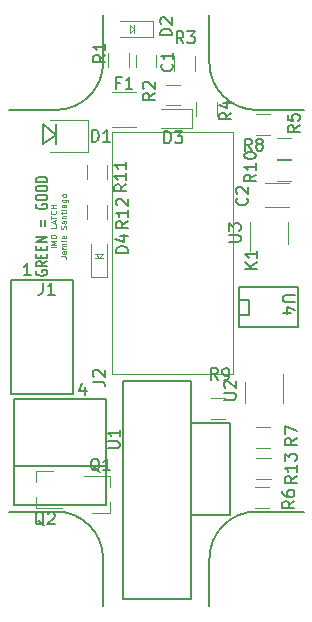
<source format=gto>
G04 #@! TF.GenerationSoftware,KiCad,Pcbnew,5.0.0-fee4fd1~66~ubuntu18.04.1*
G04 #@! TF.CreationDate,2019-04-08T23:07:45-04:00*
G04 #@! TF.ProjectId,IMD_v1,494D445F76312E6B696361645F706362,rev?*
G04 #@! TF.SameCoordinates,Original*
G04 #@! TF.FileFunction,Legend,Top*
G04 #@! TF.FilePolarity,Positive*
%FSLAX46Y46*%
G04 Gerber Fmt 4.6, Leading zero omitted, Abs format (unit mm)*
G04 Created by KiCad (PCBNEW 5.0.0-fee4fd1~66~ubuntu18.04.1) date Mon Apr  8 23:07:45 2019*
%MOMM*%
%LPD*%
G01*
G04 APERTURE LIST*
%ADD10C,0.121000*%
%ADD11C,0.184500*%
%ADD12C,0.200000*%
%ADD13C,0.120000*%
%ADD14C,0.100000*%
%ADD15C,0.150000*%
G04 APERTURE END LIST*
D10*
X97966452Y-78367190D02*
X97482452Y-78367190D01*
X97966452Y-78136714D02*
X97482452Y-78136714D01*
X97828166Y-77975380D01*
X97482452Y-77814047D01*
X97966452Y-77814047D01*
X97966452Y-77583571D02*
X97482452Y-77583571D01*
X97482452Y-77468333D01*
X97505500Y-77399190D01*
X97551595Y-77353095D01*
X97597690Y-77330047D01*
X97689880Y-77307000D01*
X97759023Y-77307000D01*
X97851214Y-77330047D01*
X97897309Y-77353095D01*
X97943404Y-77399190D01*
X97966452Y-77468333D01*
X97966452Y-77583571D01*
X97966452Y-76500333D02*
X97966452Y-76730809D01*
X97482452Y-76730809D01*
X97828166Y-76362047D02*
X97828166Y-76131571D01*
X97966452Y-76408142D02*
X97482452Y-76246809D01*
X97966452Y-76085476D01*
X97482452Y-75993285D02*
X97482452Y-75716714D01*
X97966452Y-75855000D02*
X97482452Y-75855000D01*
X97920357Y-75278809D02*
X97943404Y-75301857D01*
X97966452Y-75371000D01*
X97966452Y-75417095D01*
X97943404Y-75486238D01*
X97897309Y-75532333D01*
X97851214Y-75555380D01*
X97759023Y-75578428D01*
X97689880Y-75578428D01*
X97597690Y-75555380D01*
X97551595Y-75532333D01*
X97505500Y-75486238D01*
X97482452Y-75417095D01*
X97482452Y-75371000D01*
X97505500Y-75301857D01*
X97528547Y-75278809D01*
X97966452Y-75071380D02*
X97482452Y-75071380D01*
X97712928Y-75071380D02*
X97712928Y-74794809D01*
X97966452Y-74794809D02*
X97482452Y-74794809D01*
X98329452Y-79139285D02*
X98675166Y-79139285D01*
X98744309Y-79162333D01*
X98790404Y-79208428D01*
X98813452Y-79277571D01*
X98813452Y-79323666D01*
X98813452Y-78701380D02*
X98559928Y-78701380D01*
X98513833Y-78724428D01*
X98490785Y-78770523D01*
X98490785Y-78862714D01*
X98513833Y-78908809D01*
X98790404Y-78701380D02*
X98813452Y-78747476D01*
X98813452Y-78862714D01*
X98790404Y-78908809D01*
X98744309Y-78931857D01*
X98698214Y-78931857D01*
X98652119Y-78908809D01*
X98629071Y-78862714D01*
X98629071Y-78747476D01*
X98606023Y-78701380D01*
X98813452Y-78470904D02*
X98490785Y-78470904D01*
X98536880Y-78470904D02*
X98513833Y-78447857D01*
X98490785Y-78401761D01*
X98490785Y-78332619D01*
X98513833Y-78286523D01*
X98559928Y-78263476D01*
X98813452Y-78263476D01*
X98559928Y-78263476D02*
X98513833Y-78240428D01*
X98490785Y-78194333D01*
X98490785Y-78125190D01*
X98513833Y-78079095D01*
X98559928Y-78056047D01*
X98813452Y-78056047D01*
X98813452Y-77825571D02*
X98490785Y-77825571D01*
X98329452Y-77825571D02*
X98352500Y-77848619D01*
X98375547Y-77825571D01*
X98352500Y-77802523D01*
X98329452Y-77825571D01*
X98375547Y-77825571D01*
X98790404Y-77410714D02*
X98813452Y-77456809D01*
X98813452Y-77549000D01*
X98790404Y-77595095D01*
X98744309Y-77618142D01*
X98559928Y-77618142D01*
X98513833Y-77595095D01*
X98490785Y-77549000D01*
X98490785Y-77456809D01*
X98513833Y-77410714D01*
X98559928Y-77387666D01*
X98606023Y-77387666D01*
X98652119Y-77618142D01*
X98790404Y-76834523D02*
X98813452Y-76765380D01*
X98813452Y-76650142D01*
X98790404Y-76604047D01*
X98767357Y-76581000D01*
X98721261Y-76557952D01*
X98675166Y-76557952D01*
X98629071Y-76581000D01*
X98606023Y-76604047D01*
X98582976Y-76650142D01*
X98559928Y-76742333D01*
X98536880Y-76788428D01*
X98513833Y-76811476D01*
X98467738Y-76834523D01*
X98421642Y-76834523D01*
X98375547Y-76811476D01*
X98352500Y-76788428D01*
X98329452Y-76742333D01*
X98329452Y-76627095D01*
X98352500Y-76557952D01*
X98813452Y-76143095D02*
X98559928Y-76143095D01*
X98513833Y-76166142D01*
X98490785Y-76212238D01*
X98490785Y-76304428D01*
X98513833Y-76350523D01*
X98790404Y-76143095D02*
X98813452Y-76189190D01*
X98813452Y-76304428D01*
X98790404Y-76350523D01*
X98744309Y-76373571D01*
X98698214Y-76373571D01*
X98652119Y-76350523D01*
X98629071Y-76304428D01*
X98629071Y-76189190D01*
X98606023Y-76143095D01*
X98490785Y-75912619D02*
X98813452Y-75912619D01*
X98536880Y-75912619D02*
X98513833Y-75889571D01*
X98490785Y-75843476D01*
X98490785Y-75774333D01*
X98513833Y-75728238D01*
X98559928Y-75705190D01*
X98813452Y-75705190D01*
X98490785Y-75543857D02*
X98490785Y-75359476D01*
X98329452Y-75474714D02*
X98744309Y-75474714D01*
X98790404Y-75451666D01*
X98813452Y-75405571D01*
X98813452Y-75359476D01*
X98813452Y-75198142D02*
X98490785Y-75198142D01*
X98329452Y-75198142D02*
X98352500Y-75221190D01*
X98375547Y-75198142D01*
X98352500Y-75175095D01*
X98329452Y-75198142D01*
X98375547Y-75198142D01*
X98813452Y-74760238D02*
X98559928Y-74760238D01*
X98513833Y-74783285D01*
X98490785Y-74829380D01*
X98490785Y-74921571D01*
X98513833Y-74967666D01*
X98790404Y-74760238D02*
X98813452Y-74806333D01*
X98813452Y-74921571D01*
X98790404Y-74967666D01*
X98744309Y-74990714D01*
X98698214Y-74990714D01*
X98652119Y-74967666D01*
X98629071Y-74921571D01*
X98629071Y-74806333D01*
X98606023Y-74760238D01*
X98490785Y-74322333D02*
X98882595Y-74322333D01*
X98928690Y-74345380D01*
X98951738Y-74368428D01*
X98974785Y-74414523D01*
X98974785Y-74483666D01*
X98951738Y-74529761D01*
X98790404Y-74322333D02*
X98813452Y-74368428D01*
X98813452Y-74460619D01*
X98790404Y-74506714D01*
X98767357Y-74529761D01*
X98721261Y-74552809D01*
X98582976Y-74552809D01*
X98536880Y-74529761D01*
X98513833Y-74506714D01*
X98490785Y-74460619D01*
X98490785Y-74368428D01*
X98513833Y-74322333D01*
X98813452Y-74022714D02*
X98790404Y-74068809D01*
X98767357Y-74091857D01*
X98721261Y-74114904D01*
X98582976Y-74114904D01*
X98536880Y-74091857D01*
X98513833Y-74068809D01*
X98490785Y-74022714D01*
X98490785Y-73953571D01*
X98513833Y-73907476D01*
X98536880Y-73884428D01*
X98582976Y-73861380D01*
X98721261Y-73861380D01*
X98767357Y-73884428D01*
X98790404Y-73907476D01*
X98813452Y-73953571D01*
X98813452Y-74022714D01*
D11*
X96278000Y-80341285D02*
X96230761Y-80411571D01*
X96230761Y-80517000D01*
X96278000Y-80622428D01*
X96372476Y-80692714D01*
X96466952Y-80727857D01*
X96655904Y-80763000D01*
X96797619Y-80763000D01*
X96986571Y-80727857D01*
X97081047Y-80692714D01*
X97175523Y-80622428D01*
X97222761Y-80517000D01*
X97222761Y-80446714D01*
X97175523Y-80341285D01*
X97128285Y-80306142D01*
X96797619Y-80306142D01*
X96797619Y-80446714D01*
X97222761Y-79568142D02*
X96750380Y-79814142D01*
X97222761Y-79989857D02*
X96230761Y-79989857D01*
X96230761Y-79708714D01*
X96278000Y-79638428D01*
X96325238Y-79603285D01*
X96419714Y-79568142D01*
X96561428Y-79568142D01*
X96655904Y-79603285D01*
X96703142Y-79638428D01*
X96750380Y-79708714D01*
X96750380Y-79989857D01*
X96703142Y-79251857D02*
X96703142Y-79005857D01*
X97222761Y-78900428D02*
X97222761Y-79251857D01*
X96230761Y-79251857D01*
X96230761Y-78900428D01*
X96703142Y-78584142D02*
X96703142Y-78338142D01*
X97222761Y-78232714D02*
X97222761Y-78584142D01*
X96230761Y-78584142D01*
X96230761Y-78232714D01*
X97222761Y-77916428D02*
X96230761Y-77916428D01*
X97222761Y-77494714D01*
X96230761Y-77494714D01*
X96703142Y-76581000D02*
X96703142Y-76018714D01*
X96986571Y-76018714D02*
X96986571Y-76581000D01*
X96278000Y-74718428D02*
X96230761Y-74788714D01*
X96230761Y-74894142D01*
X96278000Y-74999571D01*
X96372476Y-75069857D01*
X96466952Y-75105000D01*
X96655904Y-75140142D01*
X96797619Y-75140142D01*
X96986571Y-75105000D01*
X97081047Y-75069857D01*
X97175523Y-74999571D01*
X97222761Y-74894142D01*
X97222761Y-74823857D01*
X97175523Y-74718428D01*
X97128285Y-74683285D01*
X96797619Y-74683285D01*
X96797619Y-74823857D01*
X96230761Y-74226428D02*
X96230761Y-74085857D01*
X96278000Y-74015571D01*
X96372476Y-73945285D01*
X96561428Y-73910142D01*
X96892095Y-73910142D01*
X97081047Y-73945285D01*
X97175523Y-74015571D01*
X97222761Y-74085857D01*
X97222761Y-74226428D01*
X97175523Y-74296714D01*
X97081047Y-74367000D01*
X96892095Y-74402142D01*
X96561428Y-74402142D01*
X96372476Y-74367000D01*
X96278000Y-74296714D01*
X96230761Y-74226428D01*
X96230761Y-73453285D02*
X96230761Y-73312714D01*
X96278000Y-73242428D01*
X96372476Y-73172142D01*
X96561428Y-73137000D01*
X96892095Y-73137000D01*
X97081047Y-73172142D01*
X97175523Y-73242428D01*
X97222761Y-73312714D01*
X97222761Y-73453285D01*
X97175523Y-73523571D01*
X97081047Y-73593857D01*
X96892095Y-73629000D01*
X96561428Y-73629000D01*
X96372476Y-73593857D01*
X96278000Y-73523571D01*
X96230761Y-73453285D01*
X97222761Y-72820714D02*
X96230761Y-72820714D01*
X96230761Y-72645000D01*
X96278000Y-72539571D01*
X96372476Y-72469285D01*
X96466952Y-72434142D01*
X96655904Y-72399000D01*
X96797619Y-72399000D01*
X96986571Y-72434142D01*
X97081047Y-72469285D01*
X97175523Y-72539571D01*
X97222761Y-72645000D01*
X97222761Y-72820714D01*
D12*
X101935000Y-108738000D02*
X101935000Y-104738000D01*
X110935000Y-58738000D02*
X110935000Y-62738000D01*
X101935000Y-62738000D02*
G75*
G02X97935000Y-66738000I-4000000J0D01*
G01*
X97935000Y-66738000D02*
X93935000Y-66738000D01*
X97935000Y-100738000D02*
G75*
G02X101935000Y-104738000I0J-4000000D01*
G01*
X110935000Y-104738000D02*
G75*
G02X114935000Y-100738000I4000000J0D01*
G01*
X110935000Y-108738000D02*
X110935000Y-104738000D01*
X114935000Y-66738000D02*
X118935000Y-66738000D01*
X114935000Y-100738000D02*
X118935000Y-100738000D01*
X114935000Y-66738000D02*
G75*
G02X110935000Y-62738000I0J4000000D01*
G01*
X97935000Y-100738000D02*
X93935000Y-100738000D01*
X101935000Y-58738000D02*
X101935000Y-62738000D01*
D13*
G04 #@! TO.C,C2*
X115649500Y-74997500D02*
X117649500Y-74997500D01*
X117649500Y-72957500D02*
X115649500Y-72957500D01*
G04 #@! TO.C,K1*
X102673000Y-68647000D02*
X102673000Y-89087000D01*
X102673000Y-89087000D02*
X112973000Y-89087000D01*
X102673000Y-68647000D02*
X112973000Y-68647000D01*
X112973000Y-68647000D02*
X112973000Y-89087000D01*
G04 #@! TO.C,C1*
X104750500Y-62095000D02*
X104750500Y-63095000D01*
X106450500Y-63095000D02*
X106450500Y-62095000D01*
D12*
G04 #@! TO.C,D1*
X96872500Y-67961000D02*
X97972500Y-68861000D01*
X96872500Y-69661000D02*
X96872500Y-67961000D01*
X97972500Y-68861000D02*
X96872500Y-69661000D01*
X97972500Y-69661000D02*
X97972500Y-67961000D01*
D13*
X100647500Y-70294500D02*
X100647500Y-67627500D01*
X100647500Y-67627500D02*
X97472500Y-67627500D01*
X100647500Y-70294500D02*
X97472500Y-70294500D01*
G04 #@! TO.C,D2*
X106173500Y-60580500D02*
X103373500Y-60580500D01*
X106173500Y-59180500D02*
X103373500Y-59180500D01*
X106173500Y-60580500D02*
X106173500Y-59180500D01*
D14*
X104573500Y-59880500D02*
X104273500Y-60180500D01*
X104273500Y-60180500D02*
X104223500Y-60230500D01*
X104223500Y-60230500D02*
X104223500Y-59580500D01*
X104223500Y-59530500D02*
X104223500Y-59580500D01*
X104223500Y-59580500D02*
X104223500Y-59530500D01*
X104223500Y-59530500D02*
X104573500Y-59880500D01*
X104573500Y-59880500D02*
X104573500Y-60230500D01*
X104573500Y-59530500D02*
X104573500Y-59880500D01*
D13*
G04 #@! TO.C,D3*
X109457000Y-68300500D02*
X109457000Y-66700500D01*
X109457000Y-66700500D02*
X106857000Y-66700500D01*
X109457000Y-68300500D02*
X106857000Y-68300500D01*
D14*
G04 #@! TO.C,D4*
X101950000Y-79278000D02*
X101600000Y-79278000D01*
X101600000Y-79278000D02*
X101250000Y-79278000D01*
X101950000Y-78928000D02*
X101600000Y-79278000D01*
X101900000Y-78928000D02*
X101950000Y-78928000D01*
X101950000Y-78928000D02*
X101900000Y-78928000D01*
X101250000Y-78928000D02*
X101900000Y-78928000D01*
X101300000Y-78978000D02*
X101250000Y-78928000D01*
X101600000Y-79278000D02*
X101300000Y-78978000D01*
D13*
X100900000Y-80878000D02*
X102300000Y-80878000D01*
X102300000Y-80878000D02*
X102300000Y-78078000D01*
X100900000Y-80878000D02*
X100900000Y-78078000D01*
G04 #@! TO.C,F1*
X104706000Y-68218500D02*
X102706000Y-68218500D01*
X102706000Y-65258500D02*
X104706000Y-65258500D01*
D15*
G04 #@! TO.C,J1*
X94124000Y-90824000D02*
X99424000Y-90824000D01*
X94124000Y-81134000D02*
X99424000Y-81134000D01*
X94124000Y-90824000D02*
X94124000Y-81134000D01*
X99424000Y-90824000D02*
X99424000Y-81134000D01*
G04 #@! TO.C,J2*
X94370000Y-96908000D02*
X94370000Y-100218000D01*
X94370000Y-100218000D02*
X102170000Y-100218000D01*
X102170000Y-100218000D02*
X102170000Y-96908000D01*
X102170000Y-96908000D02*
X102170000Y-91186000D01*
X94370000Y-96908000D02*
X94370000Y-91186000D01*
X102170000Y-96908000D02*
X94370000Y-96908000D01*
X102170000Y-91186000D02*
X94370000Y-91186000D01*
D13*
G04 #@! TO.C,Q1*
X102487000Y-100894000D02*
X101027000Y-100894000D01*
X102487000Y-97734000D02*
X100327000Y-97734000D01*
X102487000Y-97734000D02*
X102487000Y-98664000D01*
X102487000Y-100894000D02*
X102487000Y-99964000D01*
G04 #@! TO.C,Q2*
X96268000Y-97289500D02*
X96268000Y-98219500D01*
X96268000Y-100449500D02*
X96268000Y-99519500D01*
X96268000Y-100449500D02*
X98428000Y-100449500D01*
X96268000Y-97289500D02*
X97728000Y-97289500D01*
G04 #@! TO.C,R1*
X102371000Y-63081500D02*
X102371000Y-61881500D01*
X104131000Y-61881500D02*
X104131000Y-63081500D01*
G04 #@! TO.C,R2*
X108420500Y-66348500D02*
X107220500Y-66348500D01*
X107220500Y-64588500D02*
X108420500Y-64588500D01*
G04 #@! TO.C,R3*
X109719000Y-62201500D02*
X109719000Y-63401500D01*
X107959000Y-63401500D02*
X107959000Y-62201500D01*
G04 #@! TO.C,R4*
X111560500Y-66075000D02*
X111560500Y-67275000D01*
X109800500Y-67275000D02*
X109800500Y-66075000D01*
G04 #@! TO.C,R5*
X114843000Y-67065000D02*
X116043000Y-67065000D01*
X116043000Y-68825000D02*
X114843000Y-68825000D01*
G04 #@! TO.C,R6*
X115982000Y-100448000D02*
X114782000Y-100448000D01*
X114782000Y-98688000D02*
X115982000Y-98688000D01*
G04 #@! TO.C,R7*
X116045500Y-95368000D02*
X114845500Y-95368000D01*
X114845500Y-93608000D02*
X116045500Y-93608000D01*
G04 #@! TO.C,R8*
X116684500Y-69097000D02*
X117884500Y-69097000D01*
X117884500Y-70857000D02*
X116684500Y-70857000D01*
G04 #@! TO.C,R9*
X111035500Y-91131500D02*
X112235500Y-91131500D01*
X112235500Y-92891500D02*
X111035500Y-92891500D01*
G04 #@! TO.C,R10*
X117884500Y-72762000D02*
X116684500Y-72762000D01*
X116684500Y-71002000D02*
X117884500Y-71002000D01*
G04 #@! TO.C,R11*
X100529500Y-72606500D02*
X100529500Y-71406500D01*
X102289500Y-71406500D02*
X102289500Y-72606500D01*
G04 #@! TO.C,R12*
X102289500Y-74772000D02*
X102289500Y-75972000D01*
X100529500Y-75972000D02*
X100529500Y-74772000D01*
G04 #@! TO.C,R13*
X114909000Y-96211500D02*
X116109000Y-96211500D01*
X116109000Y-97971500D02*
X114909000Y-97971500D01*
D15*
G04 #@! TO.C,U1*
X109354000Y-101055000D02*
X112664000Y-101055000D01*
X112664000Y-101055000D02*
X112664000Y-93255000D01*
X112664000Y-93255000D02*
X109354000Y-93255000D01*
X109354000Y-89655000D02*
X103632000Y-89655000D01*
X109354000Y-108155000D02*
X103632000Y-108155000D01*
X109354000Y-89655000D02*
X109354000Y-108155000D01*
X103632000Y-89655000D02*
X103632000Y-108155000D01*
D13*
G04 #@! TO.C,U2*
X117182500Y-91557500D02*
X117182500Y-89107500D01*
X113962500Y-89757500D02*
X113962500Y-91557500D01*
G04 #@! TO.C,U3*
X117624500Y-78052500D02*
X117624500Y-76252500D01*
X114404500Y-76252500D02*
X114404500Y-78702500D01*
D15*
G04 #@! TO.C,U4*
X118451000Y-81739000D02*
X113451000Y-81739000D01*
X113451000Y-85139000D02*
X113451000Y-81739000D01*
X113521000Y-82804000D02*
X114283000Y-82804000D01*
X114283000Y-82804000D02*
X114283000Y-84074000D01*
X114283000Y-84074000D02*
X113521000Y-84074000D01*
X118451000Y-85139000D02*
X118451000Y-81739000D01*
X118451000Y-85139000D02*
X113451000Y-85139000D01*
G04 #@! TO.C,C2*
X114085642Y-74207666D02*
X114133261Y-74255285D01*
X114180880Y-74398142D01*
X114180880Y-74493380D01*
X114133261Y-74636238D01*
X114038023Y-74731476D01*
X113942785Y-74779095D01*
X113752309Y-74826714D01*
X113609452Y-74826714D01*
X113418976Y-74779095D01*
X113323738Y-74731476D01*
X113228500Y-74636238D01*
X113180880Y-74493380D01*
X113180880Y-74398142D01*
X113228500Y-74255285D01*
X113276119Y-74207666D01*
X113276119Y-73826714D02*
X113228500Y-73779095D01*
X113180880Y-73683857D01*
X113180880Y-73445761D01*
X113228500Y-73350523D01*
X113276119Y-73302904D01*
X113371357Y-73255285D01*
X113466595Y-73255285D01*
X113609452Y-73302904D01*
X114180880Y-73874333D01*
X114180880Y-73255285D01*
G04 #@! TO.C,K1*
X114965380Y-80215095D02*
X113965380Y-80215095D01*
X114965380Y-79643666D02*
X114393952Y-80072238D01*
X113965380Y-79643666D02*
X114536809Y-80215095D01*
X114965380Y-78691285D02*
X114965380Y-79262714D01*
X114965380Y-78977000D02*
X113965380Y-78977000D01*
X114108238Y-79072238D01*
X114203476Y-79167476D01*
X114251095Y-79262714D01*
G04 #@! TO.C,C1*
X107735642Y-62841166D02*
X107783261Y-62888785D01*
X107830880Y-63031642D01*
X107830880Y-63126880D01*
X107783261Y-63269738D01*
X107688023Y-63364976D01*
X107592785Y-63412595D01*
X107402309Y-63460214D01*
X107259452Y-63460214D01*
X107068976Y-63412595D01*
X106973738Y-63364976D01*
X106878500Y-63269738D01*
X106830880Y-63126880D01*
X106830880Y-63031642D01*
X106878500Y-62888785D01*
X106926119Y-62841166D01*
X107830880Y-61888785D02*
X107830880Y-62460214D01*
X107830880Y-62174500D02*
X106830880Y-62174500D01*
X106973738Y-62269738D01*
X107068976Y-62364976D01*
X107116595Y-62460214D01*
G04 #@! TO.C,D1*
X100988904Y-69413380D02*
X100988904Y-68413380D01*
X101227000Y-68413380D01*
X101369857Y-68461000D01*
X101465095Y-68556238D01*
X101512714Y-68651476D01*
X101560333Y-68841952D01*
X101560333Y-68984809D01*
X101512714Y-69175285D01*
X101465095Y-69270523D01*
X101369857Y-69365761D01*
X101227000Y-69413380D01*
X100988904Y-69413380D01*
X102512714Y-69413380D02*
X101941285Y-69413380D01*
X102227000Y-69413380D02*
X102227000Y-68413380D01*
X102131761Y-68556238D01*
X102036523Y-68651476D01*
X101941285Y-68699095D01*
G04 #@! TO.C,D2*
X107767380Y-60428095D02*
X106767380Y-60428095D01*
X106767380Y-60190000D01*
X106815000Y-60047142D01*
X106910238Y-59951904D01*
X107005476Y-59904285D01*
X107195952Y-59856666D01*
X107338809Y-59856666D01*
X107529285Y-59904285D01*
X107624523Y-59951904D01*
X107719761Y-60047142D01*
X107767380Y-60190000D01*
X107767380Y-60428095D01*
X106862619Y-59475714D02*
X106815000Y-59428095D01*
X106767380Y-59332857D01*
X106767380Y-59094761D01*
X106815000Y-58999523D01*
X106862619Y-58951904D01*
X106957857Y-58904285D01*
X107053095Y-58904285D01*
X107195952Y-58951904D01*
X107767380Y-59523333D01*
X107767380Y-58904285D01*
G04 #@! TO.C,D3*
X107118904Y-69552880D02*
X107118904Y-68552880D01*
X107357000Y-68552880D01*
X107499857Y-68600500D01*
X107595095Y-68695738D01*
X107642714Y-68790976D01*
X107690333Y-68981452D01*
X107690333Y-69124309D01*
X107642714Y-69314785D01*
X107595095Y-69410023D01*
X107499857Y-69505261D01*
X107357000Y-69552880D01*
X107118904Y-69552880D01*
X108023666Y-68552880D02*
X108642714Y-68552880D01*
X108309380Y-68933833D01*
X108452238Y-68933833D01*
X108547476Y-68981452D01*
X108595095Y-69029071D01*
X108642714Y-69124309D01*
X108642714Y-69362404D01*
X108595095Y-69457642D01*
X108547476Y-69505261D01*
X108452238Y-69552880D01*
X108166523Y-69552880D01*
X108071285Y-69505261D01*
X108023666Y-69457642D01*
G04 #@! TO.C,D4*
X104020880Y-78843095D02*
X103020880Y-78843095D01*
X103020880Y-78605000D01*
X103068500Y-78462142D01*
X103163738Y-78366904D01*
X103258976Y-78319285D01*
X103449452Y-78271666D01*
X103592309Y-78271666D01*
X103782785Y-78319285D01*
X103878023Y-78366904D01*
X103973261Y-78462142D01*
X104020880Y-78605000D01*
X104020880Y-78843095D01*
X103354214Y-77414523D02*
X104020880Y-77414523D01*
X102973261Y-77652619D02*
X103687547Y-77890714D01*
X103687547Y-77271666D01*
G04 #@! TO.C,F1*
X103372666Y-64417071D02*
X103039333Y-64417071D01*
X103039333Y-64940880D02*
X103039333Y-63940880D01*
X103515523Y-63940880D01*
X104420285Y-64940880D02*
X103848857Y-64940880D01*
X104134571Y-64940880D02*
X104134571Y-63940880D01*
X104039333Y-64083738D01*
X103944095Y-64178976D01*
X103848857Y-64226595D01*
G04 #@! TO.C,J1*
X96821666Y-81367380D02*
X96821666Y-82081666D01*
X96774047Y-82224523D01*
X96678809Y-82319761D01*
X96535952Y-82367380D01*
X96440714Y-82367380D01*
X97821666Y-82367380D02*
X97250238Y-82367380D01*
X97535952Y-82367380D02*
X97535952Y-81367380D01*
X97440714Y-81510238D01*
X97345476Y-81605476D01*
X97250238Y-81653095D01*
X100393476Y-90209714D02*
X100393476Y-90876380D01*
X100155380Y-89828761D02*
X99917285Y-90543047D01*
X100536333Y-90543047D01*
X95789714Y-80716380D02*
X95218285Y-80716380D01*
X95504000Y-80716380D02*
X95504000Y-79716380D01*
X95408761Y-79859238D01*
X95313523Y-79954476D01*
X95218285Y-80002095D01*
G04 #@! TO.C,J2*
X101052380Y-89741333D02*
X101766666Y-89741333D01*
X101909523Y-89788952D01*
X102004761Y-89884190D01*
X102052380Y-90027047D01*
X102052380Y-90122285D01*
X101147619Y-89312761D02*
X101100000Y-89265142D01*
X101052380Y-89169904D01*
X101052380Y-88931809D01*
X101100000Y-88836571D01*
X101147619Y-88788952D01*
X101242857Y-88741333D01*
X101338095Y-88741333D01*
X101480952Y-88788952D01*
X102052380Y-89360380D01*
X102052380Y-88741333D01*
G04 #@! TO.C,Q1*
X101631761Y-97361619D02*
X101536523Y-97314000D01*
X101441285Y-97218761D01*
X101298428Y-97075904D01*
X101203190Y-97028285D01*
X101107952Y-97028285D01*
X101155571Y-97266380D02*
X101060333Y-97218761D01*
X100965095Y-97123523D01*
X100917476Y-96933047D01*
X100917476Y-96599714D01*
X100965095Y-96409238D01*
X101060333Y-96314000D01*
X101155571Y-96266380D01*
X101346047Y-96266380D01*
X101441285Y-96314000D01*
X101536523Y-96409238D01*
X101584142Y-96599714D01*
X101584142Y-96933047D01*
X101536523Y-97123523D01*
X101441285Y-97218761D01*
X101346047Y-97266380D01*
X101155571Y-97266380D01*
X102536523Y-97266380D02*
X101965095Y-97266380D01*
X102250809Y-97266380D02*
X102250809Y-96266380D01*
X102155571Y-96409238D01*
X102060333Y-96504476D01*
X101965095Y-96552095D01*
G04 #@! TO.C,Q2*
X96932761Y-101917119D02*
X96837523Y-101869500D01*
X96742285Y-101774261D01*
X96599428Y-101631404D01*
X96504190Y-101583785D01*
X96408952Y-101583785D01*
X96456571Y-101821880D02*
X96361333Y-101774261D01*
X96266095Y-101679023D01*
X96218476Y-101488547D01*
X96218476Y-101155214D01*
X96266095Y-100964738D01*
X96361333Y-100869500D01*
X96456571Y-100821880D01*
X96647047Y-100821880D01*
X96742285Y-100869500D01*
X96837523Y-100964738D01*
X96885142Y-101155214D01*
X96885142Y-101488547D01*
X96837523Y-101679023D01*
X96742285Y-101774261D01*
X96647047Y-101821880D01*
X96456571Y-101821880D01*
X97266095Y-100917119D02*
X97313714Y-100869500D01*
X97408952Y-100821880D01*
X97647047Y-100821880D01*
X97742285Y-100869500D01*
X97789904Y-100917119D01*
X97837523Y-101012357D01*
X97837523Y-101107595D01*
X97789904Y-101250452D01*
X97218476Y-101821880D01*
X97837523Y-101821880D01*
G04 #@! TO.C,R1*
X102115880Y-62076666D02*
X101639690Y-62410000D01*
X102115880Y-62648095D02*
X101115880Y-62648095D01*
X101115880Y-62267142D01*
X101163500Y-62171904D01*
X101211119Y-62124285D01*
X101306357Y-62076666D01*
X101449214Y-62076666D01*
X101544452Y-62124285D01*
X101592071Y-62171904D01*
X101639690Y-62267142D01*
X101639690Y-62648095D01*
X102115880Y-61124285D02*
X102115880Y-61695714D01*
X102115880Y-61410000D02*
X101115880Y-61410000D01*
X101258738Y-61505238D01*
X101353976Y-61600476D01*
X101401595Y-61695714D01*
G04 #@! TO.C,R2*
X106304380Y-65317666D02*
X105828190Y-65651000D01*
X106304380Y-65889095D02*
X105304380Y-65889095D01*
X105304380Y-65508142D01*
X105352000Y-65412904D01*
X105399619Y-65365285D01*
X105494857Y-65317666D01*
X105637714Y-65317666D01*
X105732952Y-65365285D01*
X105780571Y-65412904D01*
X105828190Y-65508142D01*
X105828190Y-65889095D01*
X105399619Y-64936714D02*
X105352000Y-64889095D01*
X105304380Y-64793857D01*
X105304380Y-64555761D01*
X105352000Y-64460523D01*
X105399619Y-64412904D01*
X105494857Y-64365285D01*
X105590095Y-64365285D01*
X105732952Y-64412904D01*
X106304380Y-64984333D01*
X106304380Y-64365285D01*
G04 #@! TO.C,R3*
X108735833Y-61094880D02*
X108402500Y-60618690D01*
X108164404Y-61094880D02*
X108164404Y-60094880D01*
X108545357Y-60094880D01*
X108640595Y-60142500D01*
X108688214Y-60190119D01*
X108735833Y-60285357D01*
X108735833Y-60428214D01*
X108688214Y-60523452D01*
X108640595Y-60571071D01*
X108545357Y-60618690D01*
X108164404Y-60618690D01*
X109069166Y-60094880D02*
X109688214Y-60094880D01*
X109354880Y-60475833D01*
X109497738Y-60475833D01*
X109592976Y-60523452D01*
X109640595Y-60571071D01*
X109688214Y-60666309D01*
X109688214Y-60904404D01*
X109640595Y-60999642D01*
X109592976Y-61047261D01*
X109497738Y-61094880D01*
X109212023Y-61094880D01*
X109116785Y-61047261D01*
X109069166Y-60999642D01*
G04 #@! TO.C,R4*
X112782880Y-66968666D02*
X112306690Y-67302000D01*
X112782880Y-67540095D02*
X111782880Y-67540095D01*
X111782880Y-67159142D01*
X111830500Y-67063904D01*
X111878119Y-67016285D01*
X111973357Y-66968666D01*
X112116214Y-66968666D01*
X112211452Y-67016285D01*
X112259071Y-67063904D01*
X112306690Y-67159142D01*
X112306690Y-67540095D01*
X112116214Y-66111523D02*
X112782880Y-66111523D01*
X111735261Y-66349619D02*
X112449547Y-66587714D01*
X112449547Y-65968666D01*
G04 #@! TO.C,R5*
X118562380Y-68048166D02*
X118086190Y-68381500D01*
X118562380Y-68619595D02*
X117562380Y-68619595D01*
X117562380Y-68238642D01*
X117610000Y-68143404D01*
X117657619Y-68095785D01*
X117752857Y-68048166D01*
X117895714Y-68048166D01*
X117990952Y-68095785D01*
X118038571Y-68143404D01*
X118086190Y-68238642D01*
X118086190Y-68619595D01*
X117562380Y-67143404D02*
X117562380Y-67619595D01*
X118038571Y-67667214D01*
X117990952Y-67619595D01*
X117943333Y-67524357D01*
X117943333Y-67286261D01*
X117990952Y-67191023D01*
X118038571Y-67143404D01*
X118133809Y-67095785D01*
X118371904Y-67095785D01*
X118467142Y-67143404D01*
X118514761Y-67191023D01*
X118562380Y-67286261D01*
X118562380Y-67524357D01*
X118514761Y-67619595D01*
X118467142Y-67667214D01*
G04 #@! TO.C,R6*
X118117880Y-99861666D02*
X117641690Y-100195000D01*
X118117880Y-100433095D02*
X117117880Y-100433095D01*
X117117880Y-100052142D01*
X117165500Y-99956904D01*
X117213119Y-99909285D01*
X117308357Y-99861666D01*
X117451214Y-99861666D01*
X117546452Y-99909285D01*
X117594071Y-99956904D01*
X117641690Y-100052142D01*
X117641690Y-100433095D01*
X117117880Y-99004523D02*
X117117880Y-99195000D01*
X117165500Y-99290238D01*
X117213119Y-99337857D01*
X117355976Y-99433095D01*
X117546452Y-99480714D01*
X117927404Y-99480714D01*
X118022642Y-99433095D01*
X118070261Y-99385476D01*
X118117880Y-99290238D01*
X118117880Y-99099761D01*
X118070261Y-99004523D01*
X118022642Y-98956904D01*
X117927404Y-98909285D01*
X117689309Y-98909285D01*
X117594071Y-98956904D01*
X117546452Y-99004523D01*
X117498833Y-99099761D01*
X117498833Y-99290238D01*
X117546452Y-99385476D01*
X117594071Y-99433095D01*
X117689309Y-99480714D01*
G04 #@! TO.C,R7*
X118310880Y-94527666D02*
X117834690Y-94861000D01*
X118310880Y-95099095D02*
X117310880Y-95099095D01*
X117310880Y-94718142D01*
X117358500Y-94622904D01*
X117406119Y-94575285D01*
X117501357Y-94527666D01*
X117644214Y-94527666D01*
X117739452Y-94575285D01*
X117787071Y-94622904D01*
X117834690Y-94718142D01*
X117834690Y-95099095D01*
X117310880Y-94194333D02*
X117310880Y-93527666D01*
X118310880Y-93956238D01*
G04 #@! TO.C,R8*
X114514333Y-70175380D02*
X114181000Y-69699190D01*
X113942904Y-70175380D02*
X113942904Y-69175380D01*
X114323857Y-69175380D01*
X114419095Y-69223000D01*
X114466714Y-69270619D01*
X114514333Y-69365857D01*
X114514333Y-69508714D01*
X114466714Y-69603952D01*
X114419095Y-69651571D01*
X114323857Y-69699190D01*
X113942904Y-69699190D01*
X115085761Y-69603952D02*
X114990523Y-69556333D01*
X114942904Y-69508714D01*
X114895285Y-69413476D01*
X114895285Y-69365857D01*
X114942904Y-69270619D01*
X114990523Y-69223000D01*
X115085761Y-69175380D01*
X115276238Y-69175380D01*
X115371476Y-69223000D01*
X115419095Y-69270619D01*
X115466714Y-69365857D01*
X115466714Y-69413476D01*
X115419095Y-69508714D01*
X115371476Y-69556333D01*
X115276238Y-69603952D01*
X115085761Y-69603952D01*
X114990523Y-69651571D01*
X114942904Y-69699190D01*
X114895285Y-69794428D01*
X114895285Y-69984904D01*
X114942904Y-70080142D01*
X114990523Y-70127761D01*
X115085761Y-70175380D01*
X115276238Y-70175380D01*
X115371476Y-70127761D01*
X115419095Y-70080142D01*
X115466714Y-69984904D01*
X115466714Y-69794428D01*
X115419095Y-69699190D01*
X115371476Y-69651571D01*
X115276238Y-69603952D01*
G04 #@! TO.C,R9*
X111656833Y-89606380D02*
X111323500Y-89130190D01*
X111085404Y-89606380D02*
X111085404Y-88606380D01*
X111466357Y-88606380D01*
X111561595Y-88654000D01*
X111609214Y-88701619D01*
X111656833Y-88796857D01*
X111656833Y-88939714D01*
X111609214Y-89034952D01*
X111561595Y-89082571D01*
X111466357Y-89130190D01*
X111085404Y-89130190D01*
X112133023Y-89606380D02*
X112323500Y-89606380D01*
X112418738Y-89558761D01*
X112466357Y-89511142D01*
X112561595Y-89368285D01*
X112609214Y-89177809D01*
X112609214Y-88796857D01*
X112561595Y-88701619D01*
X112513976Y-88654000D01*
X112418738Y-88606380D01*
X112228261Y-88606380D01*
X112133023Y-88654000D01*
X112085404Y-88701619D01*
X112037785Y-88796857D01*
X112037785Y-89034952D01*
X112085404Y-89130190D01*
X112133023Y-89177809D01*
X112228261Y-89225428D01*
X112418738Y-89225428D01*
X112513976Y-89177809D01*
X112561595Y-89130190D01*
X112609214Y-89034952D01*
G04 #@! TO.C,R10*
X114879380Y-72207357D02*
X114403190Y-72540690D01*
X114879380Y-72778785D02*
X113879380Y-72778785D01*
X113879380Y-72397833D01*
X113927000Y-72302595D01*
X113974619Y-72254976D01*
X114069857Y-72207357D01*
X114212714Y-72207357D01*
X114307952Y-72254976D01*
X114355571Y-72302595D01*
X114403190Y-72397833D01*
X114403190Y-72778785D01*
X114879380Y-71254976D02*
X114879380Y-71826404D01*
X114879380Y-71540690D02*
X113879380Y-71540690D01*
X114022238Y-71635928D01*
X114117476Y-71731166D01*
X114165095Y-71826404D01*
X113879380Y-70635928D02*
X113879380Y-70540690D01*
X113927000Y-70445452D01*
X113974619Y-70397833D01*
X114069857Y-70350214D01*
X114260333Y-70302595D01*
X114498428Y-70302595D01*
X114688904Y-70350214D01*
X114784142Y-70397833D01*
X114831761Y-70445452D01*
X114879380Y-70540690D01*
X114879380Y-70635928D01*
X114831761Y-70731166D01*
X114784142Y-70778785D01*
X114688904Y-70826404D01*
X114498428Y-70874023D01*
X114260333Y-70874023D01*
X114069857Y-70826404D01*
X113974619Y-70778785D01*
X113927000Y-70731166D01*
X113879380Y-70635928D01*
G04 #@! TO.C,R11*
X103893880Y-73032857D02*
X103417690Y-73366190D01*
X103893880Y-73604285D02*
X102893880Y-73604285D01*
X102893880Y-73223333D01*
X102941500Y-73128095D01*
X102989119Y-73080476D01*
X103084357Y-73032857D01*
X103227214Y-73032857D01*
X103322452Y-73080476D01*
X103370071Y-73128095D01*
X103417690Y-73223333D01*
X103417690Y-73604285D01*
X103893880Y-72080476D02*
X103893880Y-72651904D01*
X103893880Y-72366190D02*
X102893880Y-72366190D01*
X103036738Y-72461428D01*
X103131976Y-72556666D01*
X103179595Y-72651904D01*
X103893880Y-71128095D02*
X103893880Y-71699523D01*
X103893880Y-71413809D02*
X102893880Y-71413809D01*
X103036738Y-71509047D01*
X103131976Y-71604285D01*
X103179595Y-71699523D01*
G04 #@! TO.C,R12*
X104020880Y-76144357D02*
X103544690Y-76477690D01*
X104020880Y-76715785D02*
X103020880Y-76715785D01*
X103020880Y-76334833D01*
X103068500Y-76239595D01*
X103116119Y-76191976D01*
X103211357Y-76144357D01*
X103354214Y-76144357D01*
X103449452Y-76191976D01*
X103497071Y-76239595D01*
X103544690Y-76334833D01*
X103544690Y-76715785D01*
X104020880Y-75191976D02*
X104020880Y-75763404D01*
X104020880Y-75477690D02*
X103020880Y-75477690D01*
X103163738Y-75572928D01*
X103258976Y-75668166D01*
X103306595Y-75763404D01*
X103116119Y-74811023D02*
X103068500Y-74763404D01*
X103020880Y-74668166D01*
X103020880Y-74430071D01*
X103068500Y-74334833D01*
X103116119Y-74287214D01*
X103211357Y-74239595D01*
X103306595Y-74239595D01*
X103449452Y-74287214D01*
X104020880Y-74858642D01*
X104020880Y-74239595D01*
G04 #@! TO.C,R13*
X118313380Y-97734357D02*
X117837190Y-98067690D01*
X118313380Y-98305785D02*
X117313380Y-98305785D01*
X117313380Y-97924833D01*
X117361000Y-97829595D01*
X117408619Y-97781976D01*
X117503857Y-97734357D01*
X117646714Y-97734357D01*
X117741952Y-97781976D01*
X117789571Y-97829595D01*
X117837190Y-97924833D01*
X117837190Y-98305785D01*
X118313380Y-96781976D02*
X118313380Y-97353404D01*
X118313380Y-97067690D02*
X117313380Y-97067690D01*
X117456238Y-97162928D01*
X117551476Y-97258166D01*
X117599095Y-97353404D01*
X117313380Y-96448642D02*
X117313380Y-95829595D01*
X117694333Y-96162928D01*
X117694333Y-96020071D01*
X117741952Y-95924833D01*
X117789571Y-95877214D01*
X117884809Y-95829595D01*
X118122904Y-95829595D01*
X118218142Y-95877214D01*
X118265761Y-95924833D01*
X118313380Y-96020071D01*
X118313380Y-96305785D01*
X118265761Y-96401023D01*
X118218142Y-96448642D01*
G04 #@! TO.C,U1*
X102322380Y-95376904D02*
X103131904Y-95376904D01*
X103227142Y-95329285D01*
X103274761Y-95281666D01*
X103322380Y-95186428D01*
X103322380Y-94995952D01*
X103274761Y-94900714D01*
X103227142Y-94853095D01*
X103131904Y-94805476D01*
X102322380Y-94805476D01*
X103322380Y-93805476D02*
X103322380Y-94376904D01*
X103322380Y-94091190D02*
X102322380Y-94091190D01*
X102465238Y-94186428D01*
X102560476Y-94281666D01*
X102608095Y-94376904D01*
G04 #@! TO.C,U2*
X112169880Y-91271904D02*
X112979404Y-91271904D01*
X113074642Y-91224285D01*
X113122261Y-91176666D01*
X113169880Y-91081428D01*
X113169880Y-90890952D01*
X113122261Y-90795714D01*
X113074642Y-90748095D01*
X112979404Y-90700476D01*
X112169880Y-90700476D01*
X112265119Y-90271904D02*
X112217500Y-90224285D01*
X112169880Y-90129047D01*
X112169880Y-89890952D01*
X112217500Y-89795714D01*
X112265119Y-89748095D01*
X112360357Y-89700476D01*
X112455595Y-89700476D01*
X112598452Y-89748095D01*
X113169880Y-90319523D01*
X113169880Y-89700476D01*
G04 #@! TO.C,U3*
X112566880Y-77914404D02*
X113376404Y-77914404D01*
X113471642Y-77866785D01*
X113519261Y-77819166D01*
X113566880Y-77723928D01*
X113566880Y-77533452D01*
X113519261Y-77438214D01*
X113471642Y-77390595D01*
X113376404Y-77342976D01*
X112566880Y-77342976D01*
X112566880Y-76962023D02*
X112566880Y-76342976D01*
X112947833Y-76676309D01*
X112947833Y-76533452D01*
X112995452Y-76438214D01*
X113043071Y-76390595D01*
X113138309Y-76342976D01*
X113376404Y-76342976D01*
X113471642Y-76390595D01*
X113519261Y-76438214D01*
X113566880Y-76533452D01*
X113566880Y-76819166D01*
X113519261Y-76914404D01*
X113471642Y-76962023D01*
G04 #@! TO.C,U4*
X118149619Y-82423095D02*
X117340095Y-82423095D01*
X117244857Y-82470714D01*
X117197238Y-82518333D01*
X117149619Y-82613571D01*
X117149619Y-82804047D01*
X117197238Y-82899285D01*
X117244857Y-82946904D01*
X117340095Y-82994523D01*
X118149619Y-82994523D01*
X117816285Y-83899285D02*
X117149619Y-83899285D01*
X118197238Y-83661190D02*
X117482952Y-83423095D01*
X117482952Y-84042142D01*
G04 #@! TD*
M02*

</source>
